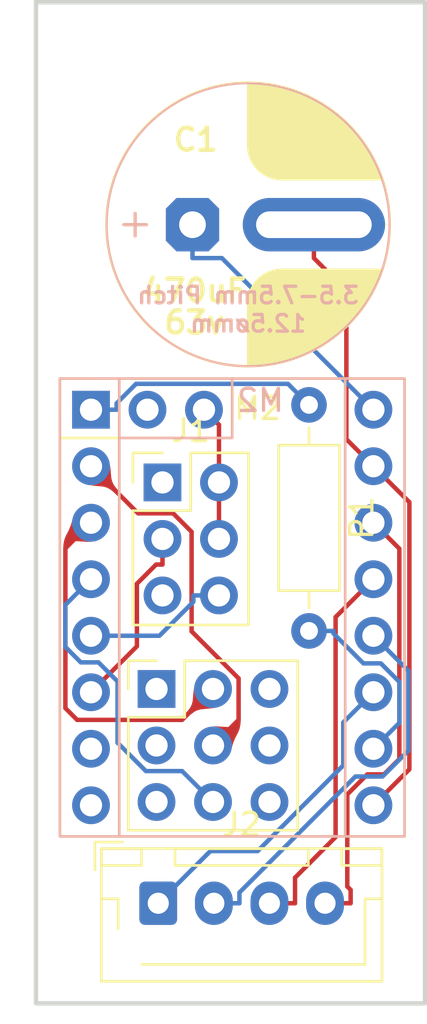
<source format=kicad_pcb>
(kicad_pcb (version 20241229) (generator "pcbnew") (generator_version "9.0")
  (layers (0 "F.Cu" signal) (2 "B.Cu" signal) (13 "F.Paste" user) (15 "B.Paste" user) (5 "F.SilkS" user "F.Silkscreen") (7 "B.SilkS" user "B.Silkscreen") (1 "F.Mask" user) (3 "B.Mask" user) (25 "Edge.Cuts" user))
  (net 0 "")
  (net 1 "GND")
  (net 2 "/VIN")
  (net 3 "/PDN2")
  (net 4 "/CLK")
  (net 5 "/DIAG_INT")
  (net 6 "/DIAG")
  (net 7 "SPI_MISO")
  (net 8 "/COIL-A1")
  (net 9 "/COIL-B2")
  (net 10 "/COIL-A2")
  (net 11 "/COIL-B1")
  (net 12 "SPI_MOSI")
  (net 13 "/PDN1")
  (net 14 "/SPI-CS")
  (net 15 "/MS2")
  (net 16 "/MS2-Power")
  (net 17 "SPI_SCK")
  (net 18 "/MS1")
  (net 19 "/MS1-Power")
  (net 20 "/UART")
  (net 21 "/STEP")
  (net 23 "/DIR")
  (net 24 "+3V3")
  (net 25 "/ENABLE")
  (footprint "OpenA1K:TMC2209 Footprint" (layer "F.Cu") (at 133.476 88.316)
    (property "Reference" "M2" (at 6.35 -0.0635 0) (layer "F.SilkS") (effects (justify left)))
    (property "Value" "TMC2209 Breakout" (hide yes))
    (fp_line (start -1.4 -1.4) (end -1.4 0) (stroke (width 0.12)) (layer "F.SilkS"))
    (fp_line (start -1.4 1.27) (end -1.4 19.18) (stroke (width 0.12)) (layer "F.SilkS"))
    (fp_line (start -1.4 19.18) (end 14.1 19.18) (stroke (width 0.12)) (layer "F.SilkS"))
    (fp_line (start 0 -1.4) (end -1.4 -1.4) (stroke (width 0.12)) (layer "F.SilkS"))
    (fp_line (start 1.27 -1.4) (end 1.27 1.27) (stroke (width 0.12)) (layer "F.SilkS"))
    (fp_line (start 1.27 1.27) (end -1.4 1.27) (stroke (width 0.12)) (layer "F.SilkS"))
    (fp_line (start 1.27 1.27) (end 1.27 19.18) (stroke (width 0.12)) (layer "F.SilkS"))
    (fp_line (start 1.27 1.27) (end 6.35 1.27) (stroke (width 0.12)) (layer "F.SilkS"))
    (fp_line (start 6.35 1.27) (end 6.35 -1.397) (stroke (width 0.12)) (layer "F.SilkS"))
    (fp_line (start 11.43 -1.4) (end 11.43 19.18) (stroke (width 0.12)) (layer "F.SilkS"))
    (fp_line (start 14.1 -1.4) (end 1.27 -1.4) (stroke (width 0.12)) (layer "F.SilkS"))
    (fp_line (start 14.1 19.18) (end 14.1 -1.4) (stroke (width 0.12)) (layer "F.SilkS"))
    (fp_line (start 1.27 1.27) (end 1.27 -1.397) (stroke (width 0.12)) (layer "B.SilkS"))
    (fp_line (start 1.27 1.27) (end 1.27 19.177) (stroke (width 0.12)) (layer "B.SilkS"))
    (fp_line (start 1.27 1.27) (end 6.35 1.27) (stroke (width 0.12)) (layer "B.SilkS"))
    (fp_line (start 6.35 1.27) (end 6.35 -1.4) (stroke (width 0.12)) (layer "B.SilkS"))
    (fp_line (start 11.43 19.177) (end 11.43 -1.397) (stroke (width 0.12)) (layer "B.SilkS"))
    (fp_rect (start -1.4 -1.4) (end 14.1 19.18) (stroke (width 0.12)) (fill no) (layer "B.SilkS"))
    (fp_text user "${REFERENCE}" (at 8.763869 0.1635 0) (layer "B.SilkS") (effects (justify left bottom mirror)))
    (pad "1" thru_hole rect (at 0 0) (size 1.7 1.7) (drill 1) (layers "*.Cu" "*.Mask") (net 25 "/ENABLE"))
    (pad "2" thru_hole circle (at 0 2.54) (size 1.7 1.7) (drill 1) (layers "*.Cu" "*.Mask") (net 18 "/MS1"))
    (pad "3" thru_hole circle (at 0 5.08) (size 1.7 1.7) (drill 1) (layers "*.Cu" "*.Mask") (net 15 "/MS2"))
    (pad "4" thru_hole circle (at 0 7.62) (size 1.7 1.7) (drill 1) (layers "*.Cu" "*.Mask") (net 13 "/PDN1"))
    (pad "5" thru_hole circle (at 0 10.16) (size 1.7 1.7) (drill 1) (layers "*.Cu" "*.Mask") (net 3 "/PDN2"))
    (pad "6" thru_hole circle (at 0 12.7) (size 1.7 1.7) (drill 1) (layers "*.Cu" "*.Mask") (net 4 "/CLK"))
    (pad "7" thru_hole circle (at 0 15.24) (size 1.7 1.7) (drill 1) (layers "*.Cu" "*.Mask") (net 21 "/STEP"))
    (pad "8" thru_hole circle (at 0 17.78) (size 1.7 1.7) (drill 1) (layers "*.Cu" "*.Mask") (net 23 "/DIR"))
    (pad "9" thru_hole circle (at 12.7 17.78) (size 1.7 1.7) (drill 1) (layers "*.Cu" "*.Mask") (net 1 "GND"))
    (pad "10" thru_hole circle (at 12.7 15.24) (size 1.7 1.7) (drill 1) (layers "*.Cu" "*.Mask") (net 24 "+3V3"))
    (pad "11" thru_hole circle (at 12.7 12.7) (size 1.7 1.7) (drill 1) (layers "*.Cu" "*.Mask") (net 9 "/COIL-B2"))
    (pad "12" thru_hole circle (at 12.7 10.16) (size 1.7 1.7) (drill 1) (layers "*.Cu" "*.Mask") (net 11 "/COIL-B1"))
    (pad "13" thru_hole circle (at 12.7 7.62) (size 1.7 1.7) (drill 1) (layers "*.Cu" "*.Mask") (net 8 "/COIL-A1"))
    (pad "14" thru_hole circle (at 12.7 5.08) (size 1.7 1.7) (drill 1) (layers "*.Cu" "*.Mask") (net 10 "/COIL-A2"))
    (pad "15" thru_hole circle (at 12.7 2.54) (size 1.7 1.7) (drill 1) (layers "*.Cu" "*.Mask") (net 1 "GND"))
    (pad "16" thru_hole circle (at 12.7 0) (size 1.7 1.7) (drill 1) (layers "*.Cu" "*.Mask") (net 2 "/VIN"))
    (pad "17" thru_hole circle (at 2.54 0) (size 1.7 1.7) (drill 1) (layers "*.Cu" "*.Mask"))
    (pad "18" thru_hole circle (at 5.08 0) (size 1.7 1.7) (drill 1) (layers "*.Cu" "*.Mask") (net 5 "/DIAG_INT"))
  )
  (footprint "Connector_PinHeader_2.54mm:PinHeader_2x03_P2.54mm_Vertical" (layer "F.Cu") (at 136.691 91.5842)
    (property "Reference" "J1" (at 1.27 -2.33 0) (layer "F.SilkS"))
    (property "Value" "Conn_02x03_Odd_Even")
    (fp_line (start -1.33 -1.33) (end 0 -1.33) (stroke (width 0.12)) (layer "F.SilkS"))
    (fp_line (start -1.33 0) (end -1.33 -1.33) (stroke (width 0.12)) (layer "F.SilkS"))
    (fp_line (start -1.33 1.27) (end -1.33 6.41) (stroke (width 0.12)) (layer "F.SilkS"))
    (fp_line (start -1.33 1.27) (end 1.27 1.27) (stroke (width 0.12)) (layer "F.SilkS"))
    (fp_line (start -1.33 6.41) (end 3.87 6.41) (stroke (width 0.12)) (layer "F.SilkS"))
    (fp_line (start 1.27 -1.33) (end 3.87 -1.33) (stroke (width 0.12)) (layer "F.SilkS"))
    (fp_line (start 1.27 1.27) (end 1.27 -1.33) (stroke (width 0.12)) (layer "F.SilkS"))
    (fp_line (start 3.87 -1.33) (end 3.87 6.41) (stroke (width 0.12)) (layer "F.SilkS"))
    (pad "1" thru_hole rect (at 0 0) (size 1.7 1.7) (drill 1) (layers "*.Cu" "*.Mask") (net 6 "/DIAG"))
    (pad "2" thru_hole oval (at 2.54 0) (size 1.7 1.7) (drill 1) (layers "*.Cu" "*.Mask") (net 5 "/DIAG_INT"))
    (pad "3" thru_hole oval (at 0 2.54) (size 1.7 1.7) (drill 1) (layers "*.Cu" "*.Mask") (net 4 "/CLK"))
    (pad "4" thru_hole oval (at 2.54 2.54) (size 1.7 1.7) (drill 1) (layers "*.Cu" "*.Mask") (net 5 "/DIAG_INT"))
    (pad "5" thru_hole oval (at 0 5.08) (size 1.7 1.7) (drill 1) (layers "*.Cu" "*.Mask") (net 7 "SPI_MISO"))
    (pad "6" thru_hole oval (at 2.54 5.08) (size 1.7 1.7) (drill 1) (layers "*.Cu" "*.Mask") (net 3 "/PDN2"))
  )
  (footprint "OpenA1K:PinHeader 3x03 P2.54mm" (layer "F.Cu") (at 138.9623 103.4085)
    (property "Reference" "M1" (hide yes))
    (property "Value" "~")
    (fp_line (start -3.81 -3.81) (end -2.54 -3.81) (stroke (width 0.12)) (layer "F.SilkS"))
    (fp_line (start -3.81 -2.54) (end -3.81 -3.81) (stroke (width 0.12)) (layer "F.SilkS"))
    (fp_line (start -3.81 -1.27) (end -1.27 -1.27) (stroke (width 0.12)) (layer "F.SilkS"))
    (fp_line (start -3.81 3.81) (end -3.81 -1.27) (stroke (width 0.12)) (layer "F.SilkS"))
    (fp_line (start -3.81 3.81) (end 3.81 3.81) (stroke (width 0.12)) (layer "F.SilkS"))
    (fp_line (start -1.27 -3.81) (end -1.27 -1.27) (stroke (width 0.12)) (layer "F.SilkS"))
    (fp_line (start -1.27 -3.81) (end 3.81 -3.81) (stroke (width 0.12)) (layer "F.SilkS"))
    (fp_line (start 3.81 -3.81) (end 3.81 3.81) (stroke (width 0.12)) (layer "F.SilkS"))
    (pad "1" thru_hole rect (at -2.54 -2.54) (size 1.7 1.7) (drill 1) (layers "*.Cu" "*.Mask") (net 17 "SPI_SCK"))
    (pad "2" thru_hole oval (at 0 -2.54) (size 1.7 1.7) (drill 1) (layers "*.Cu" "*.Mask") (net 15 "/MS2"))
    (pad "3" thru_hole oval (at 2.54 -2.54) (size 1.7 1.7) (drill 1) (layers "*.Cu" "*.Mask") (net 16 "/MS2-Power"))
    (pad "4" thru_hole oval (at -2.54 0) (size 1.7 1.7) (drill 1) (layers "*.Cu" "*.Mask") (net 12 "SPI_MOSI"))
    (pad "5" thru_hole oval (at 0 0) (size 1.7 1.7) (drill 1) (layers "*.Cu" "*.Mask") (net 18 "/MS1"))
    (pad "6" thru_hole oval (at 2.54 0) (size 1.7 1.7) (drill 1) (layers "*.Cu" "*.Mask") (net 19 "/MS1-Power"))
    (pad "7" thru_hole circle (at -2.54 2.54) (size 1.7 1.7) (drill 1) (layers "*.Cu" "*.Mask") (net 14 "/SPI-CS"))
    (pad "8" thru_hole circle (at 0 2.54) (size 1.7 1.7) (drill 1) (layers "*.Cu" "*.Mask") (net 13 "/PDN1"))
    (pad "9" thru_hole circle (at 2.54 2.54) (size 1.7 1.7) (drill 1) (layers "*.Cu" "*.Mask") (net 20 "/UART"))
  )
  (footprint "OpenA1K:Cap ~ 12.5, 2.5mm-7.5mm pitch" (layer "F.Cu") (at 140.54 80)
    (property "Reference" "C1" (at -2.353 -3.82 0) (layer "F.SilkS") (effects (font (thickness 0.2) (bold yes))))
    (property "Value" "470uF")
    (fp_line (start -5.08 -0.508) (end -5.08 0.508) (stroke (width 0.15)) (layer "F.SilkS"))
    (fp_line (start -4.572 0) (end -5.588 0) (stroke (width 0.15)) (layer "F.SilkS"))
    (fp_line (start 0 -3.566) (end 0 -4.074) (stroke (width 0.1)) (layer "F.SilkS"))
    (fp_line (start 0 3.546) (end 0 4.054) (stroke (width 0.1)) (layer "F.SilkS"))
    (fp_line (start 1.524 -2.042) (end 2.032 -2.042) (stroke (width 0.1)) (layer "F.SilkS"))
    (fp_line (start 1.524 2.022) (end 2.032 2.022) (stroke (width 0.1)) (layer "F.SilkS"))
    (fp_line (start 6.16 0) (end 6.35 0) (stroke (width 0.02)) (layer "F.SilkS"))
    (fp_arc (start 0 3.546) (mid 0.446369 2.468369) (end 1.524 2.022) (stroke (width 0.1)) (layer "F.SilkS"))
    (fp_arc (start 1.524 -2.042) (mid 0.446369 -2.488369) (end 0 -3.566) (stroke (width 0.1)) (layer "F.SilkS"))
    (fp_circle (center 0 -0.01) (end 6.37 -0.01) (stroke (width 0.12)) (fill no) (layer "F.SilkS"))
    (fp_poly (pts (xy 0 4.054) (xy 2.032 2.022) (xy 1.076 2.149) (xy 0.949 2.149) (xy 0.314 2.657) (xy 0.187 2.911) (xy 0.06 3.292)) (stroke (width 0.1)) (fill yes) (layer "F.SilkS"))
    (fp_poly (pts (xy 2.032 -2.042) (xy 0 -4.074) (xy 0.127 -3.118) (xy 0.127 -2.991) (xy 0.635 -2.356) (xy 0.889 -2.229) (xy 1.27 -2.102)) (stroke (width 0.1)) (fill yes) (layer "F.SilkS"))
    (fp_poly (pts (xy 0 -6.38) (xy 0 -4.074) (xy 2.032 -2.042) (xy 6.029 -2.042) (xy 5.14 -3.693) (xy 3.997 -4.963) (xy 2.981 -5.598) (xy 1.838 -6.106) (xy 0.822 -6.233)) (stroke (width 0.1)) (fill yes) (layer "F.SilkS"))
    (fp_poly (pts (xy 0 6.36) (xy 0 4.054) (xy 2.0066 2.022) (xy 6.0036 2.022) (xy 5.14 3.673) (xy 3.997 4.943) (xy 2.981 5.578) (xy 1.838 6.086) (xy 0.822 6.213)) (stroke (width 0.1)) (fill yes) (layer "F.SilkS"))
    (fp_line (start -5.08 -0.508) (end -5.08 0.508) (stroke (width 0.15)) (layer "B.SilkS"))
    (fp_line (start -4.572 0) (end -5.588 0) (stroke (width 0.15)) (layer "B.SilkS"))
    (fp_circle (center 0 0) (end 0 6.36) (stroke (width 0.1)) (fill no) (layer "B.SilkS"))
    (fp_text user "63v" (at -2.413 3.81 0) (layer "F.SilkS") (effects (font (thickness 0.2) (bold yes)) (justify top)))
    (fp_text user "470uF" (at -2.413 3.551 0) (layer "F.SilkS") (effects (font (thickness 0.2) (bold yes)) (justify bottom)))
    (fp_text user "3.5-7.5mm Pitch" (at 0 3.175 0) (layer "B.SilkS") (effects (font (size 0.75 0.75) (thickness 0.15) (bold yes)) (justify mirror)))
    (fp_text user "12.5ømm" (at 0 4.445 0) (layer "B.SilkS") (effects (font (size 0.75 0.75) (thickness 0.15) (bold yes)) (justify mirror)))
    (pad "1" thru_hole roundrect (at -2.5 0) (size 2.4 2.4) (drill 1.2) (layers "*.Cu" "*.Mask") (roundrect_rratio 0) (chamfer_ratio 0.2) (chamfer top_left top_right bottom_left bottom_right) (net 2 "/VIN"))
    (pad "2" thru_hole oval (at 2.96 0) (size 6.4 2.4) (drill oval 5.2 1.2) (layers "*.Cu" "*.Mask") (net 1 "GND"))
  )
  (footprint "Connector_JST:JST_XH_B4B-XH-AM_1x04_P2.50mm_Vertical" (layer "F.Cu") (at 136.5 110.5)
    (property "Reference" "J2" (at 3.75 -3.55 0) (layer "F.SilkS"))
    (property "Value" "Conn_01x04")
    (fp_line (start -2.85 -2.75) (end -2.85 -1.5) (stroke (width 0.12)) (layer "F.SilkS"))
    (fp_line (start -2.56 -2.46) (end -2.56 3.51) (stroke (width 0.12)) (layer "F.SilkS"))
    (fp_line (start -2.56 3.51) (end 10.06 3.51) (stroke (width 0.12)) (layer "F.SilkS"))
    (fp_line (start -2.55 -2.45) (end -2.55 -1.7) (stroke (width 0.12)) (layer "F.SilkS"))
    (fp_line (start -2.55 -1.7) (end -0.75 -1.7) (stroke (width 0.12)) (layer "F.SilkS"))
    (fp_line (start -2.55 -0.2) (end -1.8 -0.2) (stroke (width 0.12)) (layer "F.SilkS"))
    (fp_line (start -1.8 -0.2) (end -1.8 1.14) (stroke (width 0.12)) (layer "F.SilkS"))
    (fp_line (start -1.6 -2.75) (end -2.85 -2.75) (stroke (width 0.12)) (layer "F.SilkS"))
    (fp_line (start -0.75 -2.45) (end -2.55 -2.45) (stroke (width 0.12)) (layer "F.SilkS"))
    (fp_line (start -0.75 -1.7) (end -0.75 -2.45) (stroke (width 0.12)) (layer "F.SilkS"))
    (fp_line (start 0.75 -2.45) (end 0.75 -1.7) (stroke (width 0.12)) (layer "F.SilkS"))
    (fp_line (start 0.75 -1.7) (end 6.75 -1.7) (stroke (width 0.12)) (layer "F.SilkS"))
    (fp_line (start 3.75 2.75) (end -0.74 2.75) (stroke (width 0.12)) (layer "F.SilkS"))
    (fp_line (start 6.75 -2.45) (end 0.75 -2.45) (stroke (width 0.12)) (layer "F.SilkS"))
    (fp_line (start 6.75 -1.7) (end 6.75 -2.45) (stroke (width 0.12)) (layer "F.SilkS"))
    (fp_line (start 8.25 -2.45) (end 8.25 -1.7) (stroke (width 0.12)) (layer "F.SilkS"))
    (fp_line (start 8.25 -1.7) (end 10.05 -1.7) (stroke (width 0.12)) (layer "F.SilkS"))
    (fp_line (start 9.3 -0.2) (end 9.3 2.75) (stroke (width 0.12)) (layer "F.SilkS"))
    (fp_line (start 9.3 2.75) (end 3.75 2.75) (stroke (width 0.12)) (layer "F.SilkS"))
    (fp_line (start 10.05 -2.45) (end 8.25 -2.45) (stroke (width 0.12)) (layer "F.SilkS"))
    (fp_line (start 10.05 -1.7) (end 10.05 -2.45) (stroke (width 0.12)) (layer "F.SilkS"))
    (fp_line (start 10.05 -0.2) (end 9.3 -0.2) (stroke (width 0.12)) (layer "F.SilkS"))
    (fp_line (start 10.06 -2.46) (end -2.56 -2.46) (stroke (width 0.12)) (layer "F.SilkS"))
    (fp_line (start 10.06 3.51) (end 10.06 -2.46) (stroke (width 0.12)) (layer "F.SilkS"))
    (pad "" np_thru_hole circle (at -1.6 2) (size 1.2 1.2) (drill 1.2) (layers "*.Cu" "*.Mask"))
    (pad "1" thru_hole roundrect (at 0 0) (size 1.7 1.95) (drill 0.95) (layers "*.Cu" "*.Mask") (roundrect_rratio 0.147059) (net 9 "/COIL-B2"))
    (pad "2" thru_hole oval (at 2.5 0) (size 1.7 1.95) (drill 0.95) (layers "*.Cu" "*.Mask") (net 11 "/COIL-B1"))
    (pad "3" thru_hole oval (at 5 0) (size 1.7 1.95) (drill 0.95) (layers "*.Cu" "*.Mask") (net 8 "/COIL-A1"))
    (pad "4" thru_hole oval (at 7.5 0) (size 1.7 1.95) (drill 0.95) (layers "*.Cu" "*.Mask") (net 10 "/COIL-A2"))
  )
  (footprint "Resistor_THT:R_Axial_DIN0207_L6.3mm_D2.5mm_P10.16mm_Horizontal" (layer "F.Cu") (at 143.2799 88.0992 -90)
    (property "Reference" "R1" (at 5.08 -2.37 90) (layer "F.SilkS"))
    (property "Value" "10kΩ")
    (fp_line (start 1.81 1.37) (end 8.35 1.37) (stroke (width 0.12)) (layer "F.SilkS"))
    (fp_line (start 8.35 1.37) (end 8.35 -1.37) (stroke (width 0.12)) (layer "F.SilkS"))
    (fp_line (start 1.04 0) (end 1.81 0) (stroke (width 0.12)) (layer "F.SilkS"))
    (fp_line (start 9.12 0) (end 8.35 0) (stroke (width 0.12)) (layer "F.SilkS"))
    (fp_line (start 1.81 -1.37) (end 1.81 1.37) (stroke (width 0.12)) (layer "F.SilkS"))
    (fp_line (start 8.35 -1.37) (end 1.81 -1.37) (stroke (width 0.12)) (layer "F.SilkS"))
    (pad "1" thru_hole circle (at 0 0 270) (size 1.6 1.6) (drill 0.8) (layers "*.Cu" "*.Mask") (net 25 "/ENABLE"))
    (pad "2" thru_hole oval (at 10.16 0 270) (size 1.6 1.6) (drill 0.8) (layers "*.Cu" "*.Mask") (net 24 "+3V3"))
  )
  (gr_rect (start 131 70) (end 148.5 115) (stroke (width 0.2)) (fill no) (layer "Edge.Cuts"))
  (segment (start 147.7938 92.4738) (end 146.176 90.856) (width 0.2) (layer "F.Cu") (net 1))
  (segment (start 147.7938 104.4782) (end 147.7938 92.4738) (width 0.2) (layer "F.Cu") (net 1))
  (segment (start 144.9599 89.6399) (end 146.176 90.856) (width 0.2) (layer "F.Cu") (net 1))
  (segment (start 146.176 106.096) (end 147.7938 104.4782) (width 0.2) (layer "F.Cu") (net 1))
  (segment (start 143.5 81.5017) (end 144.9599 82.9616) (width 0.2) (layer "F.Cu") (net 1))
  (segment (start 144.9599 82.9616) (end 144.9599 89.6399) (width 0.2) (layer "F.Cu") (net 1))
  (segment (start 143.5 80) (end 143.5 81.5017) (width 0.2) (layer "F.Cu") (net 1))
  (segment (start 139.3617 81.5017) (end 146.176 88.316) (width 0.2) (layer "B.Cu") (net 2))
  (segment (start 138.04 81.5017) (end 139.3617 81.5017) (width 0.2) (layer "B.Cu") (net 2))
  (segment (start 138.04 80) (end 138.04 81.5017) (width 0.2) (layer "B.Cu") (net 2))
  (segment (start 139.231 96.6642) (end 138.0793 96.6642) (width 0.2) (layer "B.Cu") (net 3))
  (segment (start 136.5554 98.476) (end 133.476 98.476) (width 0.2) (layer "B.Cu") (net 3))
  (segment (start 138.0793 96.6642) (end 138.0793 96.9521) (width 0.2) (layer "B.Cu") (net 3))
  (segment (start 138.0793 96.9521) (end 136.5554 98.476) (width 0.2) (layer "B.Cu") (net 3))
  (segment (start 136.691 94.1242) (end 136.691 95.2759) (width 0.2) (layer "F.Cu") (net 4))
  (segment (start 135.5393 98.9527) (end 133.476 101.016) (width 0.2) (layer "F.Cu") (net 4))
  (segment (start 135.5393 96.1396) (end 135.5393 98.9527) (width 0.2) (layer "F.Cu") (net 4))
  (segment (start 136.403 95.2759) (end 135.5393 96.1396) (width 0.2) (layer "F.Cu") (net 4))
  (segment (start 136.691 95.2759) (end 136.403 95.2759) (width 0.2) (layer "F.Cu") (net 4))
  (segment (start 139.231 91.5842) (end 139.231 88.991) (width 0.2) (layer "F.Cu") (net 5))
  (segment (start 139.231 94.1242) (end 139.231 91.5842) (width 0.2) (layer "F.Cu") (net 5))
  (segment (start 139.231 88.991) (end 138.556 88.316) (width 0.2) (layer "F.Cu") (net 5))
  (segment (start 144.4758 107.5242) (end 142.6517 109.3483) (width 0.2) (layer "F.Cu") (net 8))
  (segment (start 146.176 95.936) (end 144.4758 97.6362) (width 0.2) (layer "F.Cu") (net 8))
  (segment (start 142.6517 109.3483) (end 142.6517 110.5) (width 0.2) (layer "F.Cu") (net 8))
  (segment (start 141.5 110.5) (end 142.6517 110.5) (width 0.2) (layer "F.Cu") (net 8))
  (segment (start 144.4758 97.6362) (end 144.4758 107.5242) (width 0.2) (layer "F.Cu") (net 8))
  (segment (start 140.966 108.1566) (end 138.8434 108.1566) (width 0.2) (layer "B.Cu") (net 9))
  (segment (start 138.8434 108.1566) (end 136.5 110.5) (width 0.2) (layer "B.Cu") (net 9))
  (segment (start 144.8199 102.3721) (end 144.8199 104.3027) (width 0.2) (layer "B.Cu") (net 9))
  (segment (start 144.8199 104.3027) (end 140.966 108.1566) (width 0.2) (layer "B.Cu") (net 9))
  (segment (start 146.176 101.016) (end 144.8199 102.3721) (width 0.2) (layer "B.Cu") (net 9))
  (segment (start 147.3421 104.0187) (end 147.3421 94.5621) (width 0.2) (layer "F.Cu") (net 10))
  (segment (start 145.1517 109.8979) (end 145.0016 109.7478) (width 0.2) (layer "F.Cu") (net 10))
  (segment (start 147.3421 94.5621) (end 146.176 93.396) (width 0.2) (layer "F.Cu") (net 10))
  (segment (start 146.6531 104.7077) (end 147.3421 104.0187) (width 0.2) (layer "F.Cu") (net 10))
  (segment (start 145.1517 110.5) (end 145.1517 109.8979) (width 0.2) (layer "F.Cu") (net 10))
  (segment (start 145.0016 109.7478) (end 145.0016 105.6063) (width 0.2) (layer "F.Cu") (net 10))
  (segment (start 144 110.5) (end 145.1517 110.5) (width 0.2) (layer "F.Cu") (net 10))
  (segment (start 145.0016 105.6063) (end 145.9002 104.7077) (width 0.2) (layer "F.Cu") (net 10))
  (segment (start 145.9002 104.7077) (end 146.6531 104.7077) (width 0.2) (layer "F.Cu") (net 10))
  (segment (start 140.1517 110.5) (end 140.1517 110.017) (width 0.2) (layer "B.Cu") (net 11))
  (segment (start 146.5871 104.8029) (end 147.7491 103.6409) (width 0.2) (layer "B.Cu") (net 11))
  (segment (start 145.3658 104.8029) (end 146.5871 104.8029) (width 0.2) (layer "B.Cu") (net 11))
  (segment (start 139 110.5) (end 140.1517 110.5) (width 0.2) (layer "B.Cu") (net 11))
  (segment (start 140.1517 110.017) (end 145.3658 104.8029) (width 0.2) (layer "B.Cu") (net 11))
  (segment (start 147.7491 103.6409) (end 147.7491 100.0491) (width 0.2) (layer "B.Cu") (net 11))
  (segment (start 147.7491 100.0491) (end 146.176 98.476) (width 0.2) (layer "B.Cu") (net 11))
  (segment (start 135.9452 104.5602) (end 134.6709 103.2859) (width 0.2) (layer "B.Cu") (net 13))
  (segment (start 133.0172 99.6722) (end 132.3189 98.9739) (width 0.2) (layer "B.Cu") (net 13))
  (segment (start 133.8121 99.6722) (end 133.0172 99.6722) (width 0.2) (layer "B.Cu") (net 13))
  (segment (start 132.3189 98.9739) (end 132.3189 97.0931) (width 0.2) (layer "B.Cu") (net 13))
  (segment (start 134.6709 100.531) (end 133.8121 99.6722) (width 0.2) (layer "B.Cu") (net 13))
  (segment (start 134.6709 103.2859) (end 134.6709 100.531) (width 0.2) (layer "B.Cu") (net 13))
  (segment (start 138.9623 105.9485) (end 137.574 104.5602) (width 0.2) (layer "B.Cu") (net 13))
  (segment (start 137.574 104.5602) (end 135.9452 104.5602) (width 0.2) (layer "B.Cu") (net 13))
  (segment (start 132.3189 97.0931) (end 133.476 95.936) (width 0.2) (layer "B.Cu") (net 13))
  (segment (start 132.85174 102.2575) (end 137.5733 102.2575) (width 0.2) (layer "F.Cu") (net 15))
  (segment (start 133.476 93.396) (end 132.325 94.547) (width 0.2) (layer "F.Cu") (net 15))
  (segment (start 137.5733 102.2575) (end 138.9623 100.8685) (width 0.2) (layer "F.Cu") (net 15))
  (segment (start 132.325 101.73076) (end 132.85174 102.2575) (width 0.2) (layer "F.Cu") (net 15))
  (segment (start 132.325 94.547) (end 132.325 101.73076) (width 0.2) (layer "F.Cu") (net 15))
  (segment (start 138 93.80544) (end 138 98.27844) (width 0.2) (layer "F.Cu") (net 18))
  (segment (start 135.5932 92.9732) (end 137.16776 92.9732) (width 0.2) (layer "F.Cu") (net 18))
  (segment (start 138 98.27844) (end 140.1133 100.39174) (width 0.2) (layer "F.Cu") (net 18))
  (segment (start 140.1133 102.2575) (end 138.9623 103.4085) (width 0.2) (layer "F.Cu") (net 18))
  (segment (start 133.476 90.856) (end 135.5932 92.9732) (width 0.2) (layer "F.Cu") (net 18))
  (segment (start 140.1133 100.39174) (end 140.1133 102.2575) (width 0.2) (layer "F.Cu") (net 18))
  (segment (start 137.16776 92.9732) (end 138 93.80544) (width 0.2) (layer "F.Cu") (net 18))
  (segment (start 147.3474 102.3846) (end 147.3474 100.5549) (width 0.2) (layer "B.Cu") (net 24))
  (segment (start 146.176 103.556) (end 147.3474 102.3846) (width 0.2) (layer "B.Cu") (net 24))
  (segment (start 143.2799 98.2592) (end 144.3816 98.2592) (width 0.2) (layer "B.Cu") (net 24))
  (segment (start 146.5108 99.7183) (end 145.7266 99.7183) (width 0.2) (layer "B.Cu") (net 24))
  (segment (start 147.3474 100.5549) (end 146.5108 99.7183) (width 0.2) (layer "B.Cu") (net 24))
  (segment (start 144.3816 98.3733) (end 144.3816 98.2592) (width 0.2) (layer "B.Cu") (net 24))
  (segment (start 145.7266 99.7183) (end 144.3816 98.3733) (width 0.2) (layer "B.Cu") (net 24))
  (segment (start 142.3327 87.152) (end 143.2799 88.0992) (width 0.2) (layer "B.Cu") (net 25))
  (segment (start 134.6277 88.0281) (end 135.5038 87.152) (width 0.2) (layer "B.Cu") (net 25))
  (segment (start 133.476 88.316) (end 134.6277 88.316) (width 0.2) (layer "B.Cu") (net 25))
  (segment (start 135.5038 87.152) (end 142.3327 87.152) (width 0.2) (layer "B.Cu") (net 25))
  (segment (start 134.6277 88.316) (end 134.6277 88.0281) (width 0.2) (layer "B.Cu") (net 25))
)
</source>
